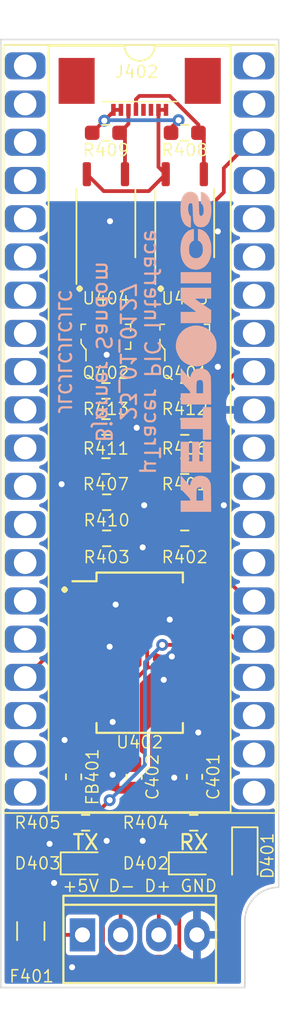
<source format=kicad_pcb>
(kicad_pcb (version 20211014) (generator pcbnew)
  (layers (0 "F.Cu" signal) (31 "B.Cu" signal) (34 "B.Paste" user) (35 "F.Paste" user) (36 "B.SilkS" user "B.Silkscreen") (37 "F.SilkS" user "F.Silkscreen") (38 "B.Mask" user) (39 "F.Mask" user) (44 "Edge.Cuts" user))
  (net 0 "")
  (net 1 "Net-(C401-Pad1)")
  (net 2 "GND")
  (net 3 "USB_5V")
  (net 4 "Net-(D403-Pad1)")
  (net 5 "Net-(D402-Pad1)")
  (net 6 "Net-(F401-Pad2)")
  (net 7 "Net-(F401-Pad1)")
  (net 8 "Net-(J401-Pad3)")
  (net 9 "+3V3")
  (net 12 "FlagHeater")
  (net 13 "FlagHighVoltage")
  (net 14 "GNDPWR")
  (net 15 "Net-(Q401-Pad3)")
  (net 16 "Net-(Q401-Pad1)")
  (net 17 "Net-(Q402-Pad3)")
  (net 18 "Net-(Q402-Pad1)")
  (net 19 "Net-(J401-Pad2)")
  (net 20 "+5VA")
  (net 21 "Net-(R401-Pad1)")
  (net 22 "Net-(R402-Pad1)")
  (net 23 "Net-(R403-Pad1)")
  (net 24 "Net-(R403-Pad2)")
  (net 25 "Net-(R404-Pad1)")
  (net 26 "Net-(R406-Pad2)")
  (net 27 "Net-(R407-Pad2)")
  (net 28 "PIC_HeaterPWM")
  (net 29 "PIC_HighVoltageLED")
  (net 75 "Net-(R405-Pad2)")
  (footprint "Resistor_SMD:R_0603_1608Metric_Pad0.98x0.95mm_HandSolder" (layer "F.Cu") (at 146 88.6)
    (fp_text reference "R412" (at 0 1.2) (layer "F.SilkS") (effects (font (size 0.8 0.8) (thickness 0.1))))
    (fp_text value "100kΩ")
    (pad "1" smd roundrect (at -0.9125 0) (size 0.975 0.95) (layers "F.Cu" "F.Paste" "F.Mask") (net 16 "Net-(Q401-Pad1)"))
    (pad "2" smd roundrect (at 0.9125 0) (size 0.975 0.95) (layers "F.Cu" "F.Paste" "F.Mask") (net 2 "GND"))
  )
  (footprint "Resistor_SMD:R_0603_1608Metric_Pad0.98x0.95mm_HandSolder" (layer "F.Cu") (at 146 71.45 180)
    (fp_text reference "R408" (at 0 -1.15) (layer "F.SilkS") (effects (font (size 0.8 0.8) (thickness 0.1))))
    (fp_text value "10kΩ")
    (pad "1" smd roundrect (at -0.9125 0 180) (size 0.975 0.95) (layers "F.Cu" "F.Paste" "F.Mask") (net 12 "FlagHeater"))
    (pad "2" smd roundrect (at 0.9125 0 180) (size 0.975 0.95) (layers "F.Cu" "F.Paste" "F.Mask") (net 14 "GNDPWR"))
  )
  (footprint "Resistor_SMD:R_0603_1608Metric_Pad0.98x0.95mm_HandSolder" (layer "F.Cu") (at 140.8 98.4 180)
    (fp_text reference "R403" (at 0 -1.25) (layer "F.SilkS") (effects (font (size 0.8 0.8) (thickness 0.1))))
    (fp_text value "1.8kΩ")
    (pad "1" smd roundrect (at -0.9125 0 180) (size 0.975 0.95) (layers "F.Cu" "F.Paste" "F.Mask") (net 23 "Net-(R403-Pad1)"))
    (pad "2" smd roundrect (at 0.9125 0 180) (size 0.975 0.95) (layers "F.Cu" "F.Paste" "F.Mask") (net 24 "Net-(R403-Pad2)"))
  )
  (footprint "LED_SMD:LED_0603_1608Metric_Pad1.05x0.95mm_HandSolder" (layer "F.Cu") (at 139.4 120)
    (fp_text reference locked "D403" (at -3.2 0) (layer "F.SilkS") (effects (font (size 0.8 0.8) (thickness 0.1))))
    (fp_text value "LED_Small")
    (pad "1" smd roundrect locked (at -0.875 0) (size 1.05 0.95) (layers "F.Cu" "F.Paste" "F.Mask") (net 4 "Net-(D403-Pad1)"))
    (pad "2" smd roundrect locked (at 0.875 0) (size 1.05 0.95) (layers "F.Cu" "F.Paste" "F.Mask") (net 3 "USB_5V"))
  )
  (footprint "Diode_SMD:D_SOD-323_HandSoldering" (layer "F.Cu") (at 150 119.5 -90)
    (fp_text reference "D401" (at 0 -1.5 -90) (layer "F.SilkS") (effects (font (size 0.8 0.8) (thickness 0.1))))
    (fp_text value "B0520WS")
    (pad "1" smd rect (at -1.25 0 270) (size 1 1) (layers "F.Cu" "F.Paste" "F.Mask") (net 3 "USB_5V"))
    (pad "2" smd rect (at 1.25 0 270) (size 1 1) (layers "F.Cu" "F.Paste" "F.Mask") (net 2 "GND"))
  )
  (footprint "Resistor_SMD:R_0603_1608Metric_Pad0.98x0.95mm_HandSolder" (layer "F.Cu") (at 140.75 91 180)
    (fp_text reference "R411" (at 0 -1.43) (layer "F.SilkS") (effects (font (size 0.8 0.8) (thickness 0.1))))
    (fp_text value "1kΩ")
    (pad "1" smd roundrect (at -0.9125 0 180) (size 0.975 0.95) (layers "F.Cu" "F.Paste" "F.Mask") (net 29 "PIC_HighVoltageLED"))
    (pad "2" smd roundrect (at 0.9125 0 180) (size 0.975 0.95) (layers "F.Cu" "F.Paste" "F.Mask") (net 18 "Net-(Q402-Pad1)"))
  )
  (footprint "Resistor_SMD:R_0603_1608Metric_Pad0.98x0.95mm_HandSolder" (layer "F.Cu") (at 140.75 93.6 180)
    (fp_text reference "R407" (at 0 -1.2) (layer "F.SilkS") (effects (font (size 0.8 0.8) (thickness 0.1))))
    (fp_text value "1kΩ")
    (pad "1" smd roundrect (at -0.9125 0 180) (size 0.975 0.95) (layers "F.Cu" "F.Paste" "F.Mask") (net 20 "+5VA"))
    (pad "2" smd roundrect (at 0.9125 0 180) (size 0.975 0.95) (layers "F.Cu" "F.Paste" "F.Mask") (net 27 "Net-(R407-Pad2)"))
  )
  (footprint "Resistor_SMD:R_0603_1608Metric_Pad0.98x0.95mm_HandSolder" (layer "F.Cu") (at 146 91 180)
    (fp_text reference "R406" (at 0 -1.43) (layer "F.SilkS") (effects (font (size 0.8 0.8) (thickness 0.1))))
    (fp_text value "1kΩ")
    (pad "1" smd roundrect (at -0.9125 0 180) (size 0.975 0.95) (layers "F.Cu" "F.Paste" "F.Mask") (net 20 "+5VA"))
    (pad "2" smd roundrect (at 0.9125 0 180) (size 0.975 0.95) (layers "F.Cu" "F.Paste" "F.Mask") (net 26 "Net-(R406-Pad2)"))
  )
  (footprint "Resistor_SMD:R_0603_1608Metric_Pad0.98x0.95mm_HandSolder" (layer "F.Cu") (at 140.8 96)
    (fp_text reference "R410" (at 0 1.2) (layer "F.SilkS") (effects (font (size 0.8 0.8) (thickness 0.1))))
    (fp_text value "1kΩ")
    (pad "1" smd roundrect (at -0.9125 0) (size 0.975 0.95) (layers "F.Cu" "F.Paste" "F.Mask") (net 28 "PIC_HeaterPWM"))
    (pad "2" smd roundrect (at 0.9125 0) (size 0.975 0.95) (layers "F.Cu" "F.Paste" "F.Mask") (net 16 "Net-(Q401-Pad1)"))
  )
  (footprint "myDevices:0527450897" (layer "F.Cu") (at 143 67 180)
    (fp_text reference "J402" (at 0.2 -0.4) (layer "F.SilkS") (effects (font (size 0.8 0.8) (thickness 0.1))))
    (fp_text value "To µTracer" hide)
    (pad "1" smd rect (at -1.75 -2.925 180) (size 0.3 0.8) (layers "F.Cu" "F.Paste" "F.Mask") (net 9 "+3V3"))
    (pad "2" smd rect (at -1.25 -2.925 180) (size 0.3 0.8) (layers "F.Cu" "F.Paste" "F.Mask") (net 9 "+3V3"))
    (pad "3" smd rect (at -0.75 -2.925 180) (size 0.3 0.8) (layers "F.Cu" "F.Paste" "F.Mask"))
    (pad "4" smd rect (at -0.25 -2.925 180) (size 0.3 0.8) (layers "F.Cu" "F.Paste" "F.Mask"))
    (pad "5" smd rect (at 0.25 -2.925 180) (size 0.3 0.8) (layers "F.Cu" "F.Paste" "F.Mask") (net 12 "FlagHeater"))
    (pad "6" smd rect (at 0.75 -2.925 180) (size 0.3 0.8) (layers "F.Cu" "F.Paste" "F.Mask") (net 13 "FlagHighVoltage"))
    (pad "7" smd rect (at 1.25 -2.925 180) (size 0.3 0.8) (layers "F.Cu" "F.Paste" "F.Mask") (net 14 "GNDPWR"))
    (pad "8" smd rect (at 1.75 -2.925 180) (size 0.3 0.8) (layers "F.Cu" "F.Paste" "F.Mask") (net 14 "GNDPWR"))
    (pad "9" smd rect (at -4.2 -1 180) (size 2.4 3.05) (layers "F.Cu" "F.Paste" "F.Mask"))
    (pad "10" smd rect (at 4.2 -1 180) (size 2.4 3.05) (layers "F.Cu" "F.Paste" "F.Mask"))
  )
  (footprint "Resistor_SMD:R_0603_1608Metric_Pad0.98x0.95mm_HandSolder" (layer "F.Cu") (at 139.4 117.3)
    (fp_text reference "R405" (at -3.2 0) (layer "F.SilkS") (effects (font (size 0.8 0.8) (thickness 0.1))))
    (fp_text value "1kΩ")
    (pad "1" smd roundrect locked (at -0.9125 0) (size 0.975 0.95) (layers "F.Cu" "F.Paste" "F.Mask") (net 4 "Net-(D403-Pad1)"))
    (pad "2" smd roundrect locked (at 0.9125 0) (size 0.975 0.95) (layers "F.Cu" "F.Paste" "F.Mask") (net 75 "Net-(R405-Pad2)"))
  )
  (footprint "Resistor_SMD:R_0603_1608Metric_Pad0.98x0.95mm_HandSolder" (layer "F.Cu") (at 146 98.4)
    (fp_text reference "R402" (at 0 1.25) (layer "F.SilkS") (effects (font (size 0.8 0.8) (thickness 0.1))))
    (fp_text value "1.8kΩ")
    (pad "1" smd roundrect (at -0.9125 0) (size 0.975 0.95) (layers "F.Cu" "F.Paste" "F.Mask") (net 22 "Net-(R402-Pad1)"))
    (pad "2" smd roundrect (at 0.9125 0) (size 0.975 0.95) (layers "F.Cu" "F.Paste" "F.Mask") (net 21 "Net-(R401-Pad1)"))
  )
  (footprint "myDevices:KF2510-4P" (layer "F.Cu") (at 143 124.75)
    (fp_text reference "J401" hide)
    (fp_text value "USB")
    (pad "1" thru_hole rect locked (at -3.81 0) (size 1.7 2.2) (drill 1) (layers *.Cu *.Mask) (net 7 "Net-(F401-Pad1)"))
    (pad "2" thru_hole oval locked (at -1.27 0) (size 1.7 2.2) (drill 1) (layers *.Cu *.Mask) (net 19 "Net-(J401-Pad2)"))
    (pad "3" thru_hole oval locked (at 1.27 0) (size 1.7 2.2) (drill 1) (layers *.Cu *.Mask) (net 8 "Net-(J401-Pad3)"))
    (pad "4" thru_hole oval locked (at 3.81 0) (size 1.7 2.2) (drill 1) (layers *.Cu *.Mask) (net 2 "GND"))
  )
  (footprint "Inductor_SMD:L_0603_1608Metric_Pad1.05x0.95mm_HandSolder" (layer "F.Cu") (at 138.6 114.25 -90)
    (fp_text reference "FB401" (at 0 -1.25 90) (layer "F.SilkS") (effects (font (size 0.8 0.8) (thickness 0.1))))
    (fp_text value "100Ω@100MHz")
    (pad "1" smd roundrect (at -0.875 0 270) (size 1.05 0.95) (layers "F.Cu" "F.Paste" "F.Mask") (net 3 "USB_5V"))
    (pad "2" smd roundrect (at 0.875 0 270) (size 1.05 0.95) (layers "F.Cu" "F.Paste" "F.Mask") (net 6 "Net-(F401-Pad2)"))
  )
  (footprint "digikey-footprints:SOT-23-3" (layer "F.Cu") (at 146 85 90)
    (fp_text reference "Q401" (at -2.4 0 180) (layer "F.SilkS") (effects (font (size 0.8 0.8) (thickness 0.1))))
    (fp_text value "BSS138")
    (pad "1" smd rect locked (at -1.05 -0.95 90) (size 1.3 0.6) (layers "F.Cu" "F.Paste" "F.Mask") (net 16 "Net-(Q401-Pad1)"))
    (pad "2" smd rect locked (at -1.05 0.95 90) (size 1.3 0.6) (layers "F.Cu" "F.Paste" "F.Mask") (net 2 "GND"))
    (pad "3" smd rect locked (at 1.05 0 90) (size 1.3 0.6) (layers "F.Cu" "F.Paste" "F.Mask") (net 15 "Net-(Q401-Pad3)"))
  )
  (footprint "Resistor_SMD:R_0603_1608Metric_Pad0.98x0.95mm_HandSolder" (layer "F.Cu") (at 140.75 71.45 180)
    (fp_text reference "R409" (at 0 -1.15) (layer "F.SilkS") (effects (font (size 0.8 0.8) (thickness 0.1))))
    (fp_text value "10kΩ")
    (pad "1" smd roundrect (at -0.9125 0 180) (size 0.975 0.95) (layers "F.Cu" "F.Paste" "F.Mask") (net 13 "FlagHighVoltage"))
    (pad "2" smd roundrect (at 0.9125 0 180) (size 0.975 0.95) (layers "F.Cu" "F.Paste" "F.Mask") (net 14 "GNDPWR"))
  )
  (footprint "Capacitor_SMD:C_0603_1608Metric_Pad1.08x0.95mm_HandSolder" (layer "F.Cu") (at 142.625 114.25 -90)
    (fp_text reference "C402" (at 0 -1.225 90) (layer "F.SilkS") (effects (font (size 0.8 0.8) (thickness 0.1))))
    (fp_text value "1µF")
    (pad "1" smd roundrect (at -0.8625 0 270) (size 1.075 0.95) (layers "F.Cu" "F.Paste" "F.Mask") (net 3 "USB_5V"))
    (pad "2" smd roundrect (at 0.8625 0 270) (size 1.075 0.95) (layers "F.Cu" "F.Paste" "F.Mask") (net 2 "GND"))
  )
  (footprint "Capacitor_SMD:C_0603_1608Metric_Pad1.08x0.95mm_HandSolder" (layer "F.Cu") (at 146.65 114.25 -90)
    (fp_text reference "C401" (at 0 -1.25 -90) (layer "F.SilkS") (effects (font (size 0.8 0.8) (thickness 0.1))))
    (fp_text value "100nF")
    (pad "1" smd roundrect (at -0.8625 0 270) (size 1.075 0.95) (layers "F.Cu" "F.Paste" "F.Mask") (net 1 "Net-(C401-Pad1)"))
    (pad "2" smd roundrect (at 0.8625 0 270) (size 1.075 0.95) (layers "F.Cu" "F.Paste" "F.Mask") (net 2 "GND"))
  )
  (footprint "Resistor_SMD:R_0603_1608Metric_Pad0.98x0.95mm_HandSolder" (layer "F.Cu") (at 140.75 88.6)
    (fp_text reference "R413" (at 0 1.2) (layer "F.SilkS") (effects (font (size 0.8 0.8) (thickness 0.1))))
    (fp_text value "100kΩ")
    (pad "1" smd roundrect (at -0.9125 0) (size 0.975 0.95) (layers "F.Cu" "F.Paste" "F.Mask") (net 18 "Net-(Q402-Pad1)"))
    (pad "2" smd roundrect (at 0.9125 0) (size 0.975 0.95) (layers "F.Cu" "F.Paste" "F.Mask") (net 2 "GND"))
  )
  (footprint "myDevices:DIP-40_W15.24mm_Socket_ThroughPCB" (layer "F.Cu") (at 135.375 67)
    (fp_text reference "U401" hide)
    (fp_text value "PIC16F884-IP")
    (pad "1" thru_hole roundrect locked (at 0 0) (size 2.7 1.8) (drill 1.5) (layers *.Cu *.Mask))
    (pad "2" thru_hole roundrect locked (at 0 2.54) (size 2.7 1.8) (drill 1.5) (layers *.Cu *.Mask))
    (pad "3" thru_hole roundrect locked (at 0 5.08) (size 2.7 1.8) (drill 1.5) (layers *.Cu *.Mask))
    (pad "4" thru_hole roundrect locked (at 0 7.62) (size 2.7 1.8) (drill 1.5) (layers *.Cu *.Mask))
    (pad "5" thru_hole roundrect locked (at 0 10.16) (size 2.7 1.8) (drill 1.5) (layers *.Cu *.Mask))
    (pad "6" thru_hole roundrect locked (at 0 12.7) (size 2.7 1.8) (drill 1.5) (layers *.Cu *.Mask))
    (pad "7" thru_hole roundrect locked (at 0 15.24) (size 2.7 1.8) (drill 1.5) (layers *.Cu *.Mask))
    (pad "8" thru_hole roundrect locked (at 0 17.78) (size 2.7 1.8) (drill 1.5) (layers *.Cu *.Mask))
    (pad "9" thru_hole roundrect locked (at 0 20.32) (size 2.7 1.8) (drill 1.5) (layers *.Cu *.Mask))
    (pad "10" thru_hole roundrect locked (at 0 22.86) (size 2.7 1.8) (drill 1.5) (layers *.Cu *.Mask))
    (pad "11" thru_hole roundrect locked (at 0 25.4) (size 2.7 1.8) (drill 1.5) (layers *.Cu *.Mask))
    (pad "12" thru_hole roundrect locked (at 0 27.94) (size 2.7 1.8) (drill 1.5) (layers *.Cu *.Mask))
    (pad "13" thru_hole roundrect locked (at 0 30.48) (size 2.7 1.8) (drill 1.5) (layers *.Cu *.Mask))
    (pad "14" thru_hole roundrect locked (at 0 33.02) (size 2.7 1.8) (drill 1.5) (layers *.Cu *.Mask))
    (pad "15" thru_hole roundrect locked (at 0 35.56) (size 2.7 1.8) (drill 1.5) (layers *.Cu *.Mask))
    (pad "16" thru_hole roundrect locked (at 0 38.1) (size 2.7 1.8) (drill 1.5) (layers *.Cu *.Mask))
    (pad "17" thru_hole roundrect locked (at 0 40.64) (size 2.7 1.8) (drill 1.5) (layers *.Cu *.Mask) (net 28 "PIC_HeaterPWM"))
    (pad "18" thru_hole roundrect locked (at 0 43.18) (size 2.7 1.8) (drill 1.5) (layers *.Cu *.Mask))
    (pad "19" thru_hole roundrect locked (at 0 45.72) (size 2.7 1.8) (drill 1.5) (layers *.Cu *.Mask))
    (pad "20" thru_hole roundrect locked (at 0 48.26) (size 2.7 1.8) (drill 1.5) (layers *.Cu *.Mask))
    (pad "21" thru_hole roundrect locked (at 15.24 48.26) (size 2.7 1.8) (drill 1.5) (layers *.Cu *.Mask))
    (pad "22" thru_hole roundrect locked (at 15.24 45.72) (size 2.7 1.8) (drill 1.5) (layers *.Cu *.Mask))
    (pad "23" thru_hole roundrect locked (at 15.24 43.18) (size 2.7 1.8) (drill 1.5) (layers *.Cu *.Mask))
    (pad "24" thru_hole roundrect locked (at 15.24 40.64) (size 2.7 1.8) (drill 1.5) (layers *.Cu *.Mask))
    (pad "25" thru_hole roundrect locked (at 15.24 38.1) (size 2.7 1.8) (drill 1.5) (layers *.Cu *.Mask) (net 23 "Net-(R403-Pad1)"))
    (pad "26" thru_hole roundrect locked (at 15.24 35.56) (size 2.7 1.8) (drill 1.5) (layers *.Cu *.Mask) (net 21 "Net-(R401-Pad1)"))
    (pad "27" thru_hole roundrect locked (at 15.24 33.02) (size 2.7 1.8) (drill 1.5) (layers *.Cu *.Mask))
    (pad "28" thru_hole roundrect locked (at 15.24 30.48) (size 2.7 1.8) (drill 1.5) (layers *.Cu *.Mask))
    (pad "29" thru_hole roundrect locked (at 15.24 27.94) (size 2.7 1.8) (drill 1.5) (layers *.Cu *.Mask))
    (pad "30" thru_hole roundrect locked (at 15.24 25.4) (size 2.7 1.8) (drill 1.5) (layers *.Cu *.Mask))
    (pad "31" thru_hole roundrect locked (at 15.24 22.86) (size 2.7 1.8) (drill 1.5) (layers *.Cu *.Mask) (net 2 "GND"))
    (pad "32" thru_hole roundrect locked (at 15.24 20.32) (size 2.7 1.8) (drill 1.5) (layers *.Cu *.Mask) (net 20 "+5VA"))
    (pad "33" thru_hole roundrect locked (at 15.24 17.78) (size 2.7 1.8) (drill 1.5) (layers *.Cu *.Mask))
    (pad "34" thru_hole roundrect locked (at 15.24 15.24) (size 2.7 1.8) (drill 1.5) (layers *.Cu *.Mask))
    (pad "35" thru_hole roundrect locked (at 15.24 12.7) (size 2.7 1.8) (drill 1.5) (layers *.Cu *.Mask))
    (pad "36" thru_hole roundrect locked (at 15.24 10.16) (size 2.7 1.8) (drill 1.5) (layers *.Cu *.Mask))
    (pad "37" thru_hole roundrect locked (at 15.24 7.62) (size 2.7 1.8) (drill 1.5) (layers *.Cu *.Mask))
    (pad "38" thru_hole roundrect locked (at 15.24 5.08) (size 2.7 1.8) (drill 1.5) (layers *.Cu *.Mask) (net 29 "PIC_HighVoltageLED"))
    (pad "39" thru_hole roundrect locked (at 15.24 2.54) (size 2.7 1.8) (drill 1.5) (layers *.Cu *.Mask))
    (pad "40" thru_hole roundrect locked (at 15.24 0) (size 2.7 1.8) (drill 1.5) (layers *.Cu *.Mask))
  )
  (footprint "Resistor_SMD:R_0603_1608Metric_Pad0.98x0.95mm_HandSolder" (layer "F.Cu") (at 146 93.6 180)
    (fp_text reference "R401" (at 0 -1.2) (layer "F.SilkS") (effects (font (size 0.8 0.8) (thickness 0.1))))
    (fp_text value "18kΩ")
    (pad "1" smd roundrect (at -0.9125 0 180) (size 0.975 0.95) (layers "F.Cu" "F.Paste" "F.Mask") (net 21 "Net-(R401-Pad1)"))
    (pad "2" smd roundrect (at 0.9125 0 180) (size 0.975 0.95) (layers "F.Cu" "F.Paste" "F.Mask") (net 20 "+5VA"))
  )
  (footprint "LED_SMD:LED_0603_1608Metric_Pad1.05x0.95mm_HandSolder" (layer "F.Cu") (at 146.6 120)
    (fp_text reference "D402" (at -3.2 0) (layer "F.SilkS") (effects (font (size 0.8 0.8) (thickness 0.1))))
    (fp_text value "LED_Small")
    (pad "1" smd roundrect (at -0.875 0) (size 1.05 0.95) (layers "F.Cu" "F.Paste" "F.Mask") (net 5 "Net-(D402-Pad1)"))
    (pad "2" smd roundrect (at 0.875 0) (size 1.05 0.95) (layers "F.Cu" "F.Paste" "F.Mask") (net 3 "USB_5V"))
  )
  (footprint "Resistor_SMD:R_0603_1608Metric_Pad0.98x0.95mm_HandSolder" (layer "F.Cu") (at 146.6 117.3 180)
    (fp_text reference "R404" (at 3.2 0) (layer "F.SilkS") (effects (font (size 0.8 0.8) (thickness 0.1))))
    (fp_text value "1kΩ")
    (pad "1" smd roundrect (at -0.9125 0 180) (size 0.975 0.95) (layers "F.Cu" "F.Paste" "F.Mask") (net 25 "Net-(R404-Pad1)"))
    (pad "2" smd roundrect (at 0.9125 0 180) (size 0.975 0.95) (layers "F.Cu" "F.Paste" "F.Mask") (net 5 "Net-(D402-Pad1)"))
  )
  (footprint "Package_SO:SSOP-28_5.3x10.2mm_P0.65mm" (layer "F.Cu") (at 143 106)
    (fp_text reference "U402" (at 0 5.95 180) (layer "F.SilkS") (effects (font (size 0.8 0.8) (thickness 0.1))))
    (fp_text value "FT232RL")
    (pad "1" smd rect (at -3.6 -4.225) (size 1.75 0.45) (layers "F.Cu" "F.Paste" "F.Mask") (net 22 "Net-(R402-Pad1)"))
    (pad "2" smd rect (at -3.6 -3.575) (size 1.75 0.45) (layers "F.Cu" "F.Paste" "F.Mask"))
    (pad "3" smd rect (at -3.6 -2.925) (size 1.75 0.45) (layers "F.Cu" "F.Paste" "F.Mask"))
    (pad "4" smd rect (at -3.6 -2.275) (size 1.75 0.45) (layers "F.Cu" "F.Paste" "F.Mask") (net 3 "USB_5V"))
    (pad "5" smd rect (at -3.6 -1.625) (size 1.75 0.45) (layers "F.Cu" "F.Paste" "F.Mask") (net 24 "Net-(R403-Pad2)"))
    (pad "6" smd rect (at -3.6 -0.975) (size 1.75 0.45) (layers "F.Cu" "F.Paste" "F.Mask"))
    (pad "7" smd rect (at -3.6 -0.325) (size 1.75 0.45) (layers "F.Cu" "F.Paste" "F.Mask") (net 2 "GND"))
    (pad "8" smd rect (at -3.6 0.325) (size 1.75 0.45) (layers "F.Cu" "F.Paste" "F.Mask"))
    (pad "9" smd rect (at -3.6 0.975) (size 1.75 0.45) (layers "F.Cu" "F.Paste" "F.Mask"))
    (pad "10" smd rect (at -3.6 1.625) (size 1.75 0.45) (layers "F.Cu" "F.Paste" "F.Mask"))
    (pad "11" smd rect (at -3.6 2.275) (size 1.75 0.45) (layers "F.Cu" "F.Paste" "F.Mask"))
    (pad "12" smd rect (at -3.6 2.925) (size 1.75 0.45) (layers "F.Cu" "F.Paste" "F.Mask"))
    (pad "13" smd rect (at -3.6 3.575) (size 1.75 0.45) (layers "F.Cu" "F.Paste" "F.Mask"))
    (pad "14" smd rect (at -3.6 4.225) (size 1.75 0.45) (layers "F.Cu" "F.Paste" "F.Mask"))
    (pad "15" smd rect (at 3.6 4.225) (size 1.75 0.45) (layers "F.Cu" "F.Paste" "F.Mask") (net 8 "Net-(J401-Pad3)"))
    (pad "16" smd rect (at 3.6 3.575) (size 1.75 0.45) (layers "F.Cu" "F.Paste" "F.Mask") (net 19 "Net-(J401-Pad2)"))
    (pad "17" smd rect (at 3.6 2.925) (size 1.75 0.45) (layers "F.Cu" "F.Paste" "F.Mask") (net 1 "Net-(C401-Pad1)"))
    (pad "18" smd rect (at 3.6 2.275) (size 1.75 0.45) (layers "F.Cu" "F.Paste" "F.Mask") (net 2 "GND"))
    (pad "19" smd rect (at 3.6 1.625) (size 1.75 0.45) (layers "F.Cu" "F.Paste" "F.Mask") (net 3 "USB_5V"))
    (pad "20" smd rect (at 3.6 0.975) (size 1.75 0.45) (layers "F.Cu" "F.Paste" "F.Mask") (net 3 "USB_5V"))
    (pad "21" smd rect (at 3.6 0.325) (size 1.75 0.45) (layers "F.Cu" "F.Paste" "F.Mask") (net 2 "GND"))
    (pad "22" smd rect (at 3.6 -0.325) (size 1.75 0.45) (layers "F.Cu" "F.Paste" "F.Mask") (net 75 "Net-(R405-Pad2)"))
    (pad "23" smd rect (at 3.6 -0.975) (size 1.75 0.45) (layers "F.Cu" "F.Paste" "F.Mask") (net 25 "Net-(R404-Pad1)"))
    (pad "24" smd rect (at 3.6 -1.625) (size 1.75 0.45) (layers "F.Cu" "F.Paste" "F.Mask"))
    (pad "25" smd rect (at 3.6 -2.275) (size 1.75 0.45) (layers "F.Cu" "F.Paste" "F.Mask") (net 2 "GND"))
    (pad "26" smd rect (at 3.6 -2.925) (size 1.75 0.45) (layers "F.Cu" "F.Paste" "F.Mask") (net 2 "GND"))
    (pad "27" smd rect (at 3.6 -3.575) (size 1.75 0.45) (layers "F.Cu" "F.Paste" "F.Mask"))
    (pad "28" smd rect (at 3.6 -4.225) (size 1.75 0.45) (layers "F.Cu" "F.Paste" "F.Mask"))
  )
  (footprint "Package_SO:SOIC-4_4.55x3.7mm_P2.54mm" (layer "F.Cu") (at 140.75 77.45 90)
    (fp_text reference "U404" (at -5 0 180) (layer "F.SilkS") (effects (font (size 0.8 0.8) (thickness 0.1))))
    (fp_text value "TLP185")
    (pad "1" smd roundrect (at -3.25 -1.27 90) (size 1.6 0.55) (layers "F.Cu" "F.Paste" "F.Mask") (net 27 "Net-(R407-Pad2)"))
    (pad "3" smd roundrect (at -3.25 1.27 90) (size 1.6 0.55) (layers "F.Cu" "F.Paste" "F.Mask") (net 17 "Net-(Q402-Pad3)"))
    (pad "4" smd roundrect (at 3.25 1.27 90) (size 1.6 0.55) (layers "F.Cu" "F.Paste" "F.Mask") (net 13 "FlagHighVoltage"))
    (pad "6" smd roundrect (at 3.25 -1.27 90) (size 1.6 0.55) (layers "F.Cu" "F.Paste" "F.Mask") (net 9 "+3V3"))
  )
  (footprint "digikey-footprints:SOT-23-3" (layer "F.Cu") (at 140.75 85 90)
    (fp_text reference "Q402" (at -2.4 0 180) (layer "F.SilkS") (effects (font (size 0.8 0.8) (thickness 0.1))))
    (fp_text value "BSS138")
    (pad "1" smd rect locked (at -1.05 -0.95 90) (size 1.3 0.6) (layers "F.Cu" "F.Paste" "F.Mask") (net 18 "Net-(Q402-Pad1)"))
    (pad "2" smd rect locked (at -1.05 0.95 90) (size 1.3 0.6) (layers "F.Cu" "F.Paste" "F.Mask") (net 2 "GND"))
    (pad "3" smd rect locked (at 1.05 0 90) (size 1.3 0.6) (layers "F.Cu" "F.Paste" "F.Mask") (net 17 "Net-(Q402-Pad3)"))
  )
  (footprint "Package_SO:SOIC-4_4.55x3.7mm_P2.54mm" (layer "F.Cu") (at 146 77.45 90)
    (fp_text reference "U403" (at -5 0 180) (layer "F.SilkS") (effects (font (size 0.8 0.8) (thickness 0.1))))
    (fp_text value "TLP185")
    (pad "1" smd roundrect (at -3.25 -1.27 90) (size 1.6 0.55) (layers "F.Cu" "F.Paste" "F.Mask") (net 26 "Net-(R406-Pad2)"))
    (pad "3" smd roundrect (at -3.25 1.27 90) (size 1.6 0.55) (layers "F.Cu" "F.Paste" "F.Mask") (net 15 "Net-(Q401-Pad3)"))
    (pad "4" smd roundrect (at 3.25 1.27 90) (size 1.6 0.55) (layers "F.Cu" "F.Paste" "F.Mask") (net 12 "FlagHeater"))
    (pad "6" smd roundrect (at 3.25 -1.27 90) (size 1.6 0.55) (layers "F.Cu" "F.Paste" "F.Mask") (net 9 "+3V3"))
  )
  (footprint "Fuse:Fuse_1206_3216Metric_Pad1.42x1.75mm_HandSolder" (layer "F.Cu") (at 135.75 124.5 90)
    (fp_text reference "F401" (at -3 0.05 180) (layer "F.SilkS") (effects (font (size 0.8 0.8) (thickness 0.1))))
    (fp_text value "T500mA")
    (pad "1" smd roundrect (at -1.4875 0 90) (size 1.425 1.75) (layers "F.Cu" "F.Paste" "F.Mask") (roundrect_rratio 0.1754392982) (net 7 "Net-(F401-Pad1)"))
    (pad "2" smd roundrect (at 1.4875 0 90) (size 1.425 1.75) (layers "F.Cu" "F.Paste" "F.Mask") (roundrect_rratio 0.1754392982) (net 6 "Net-(F401-Pad2)"))
  )
  (footprint "Graphics:retronics_logo_24mm" (layer "B.Cu") (at 146.8 85.997465 90)
    (fp_text reference "G***" hide)
    (fp_text value "LOGO" hide)
  )
  (gr_line (start 150 123.84099) (end 150 128.25) (layer "Edge.Cuts") (width 0.1))
  (gr_line (start 133.75 128.25) (end 150 128.25) (layer "Edge.Cuts") (width 0.1))
  (gr_line (start 133.75 65.25) (end 133.75 128.25) (layer "Edge.Cuts") (width 0.1))
  (gr_line (start 152.25 121.59099) (end 152.25 65.25) (layer "Edge.Cuts") (width 0.1))
  (gr_arc (start 150 123.84099) (mid 150.65901 122.25) (end 152.25 121.59099) (layer "Edge.Cuts") (width 0.1))
  (gr_line (start 152.25 65.25) (end 133.75 65.25) (layer "Edge.Cuts") (width 0.1))
  (gr_text "JLCJLCJLCJLC" (at 138 86 270) (layer "B.SilkS") (effects (font (size 0.8 0.8)) (justify mirror)))
  (gr_text "µTracer PIC Interface\n23_01_0127\nBjørner Sandom\n" (at 142.2 86 270) (layer "B.SilkS") (effects (font (size 1 1)) (justify mirror)))
  (gr_text "." (at 139 81.2) (layer "F.SilkS") (effects (font (size 1.5 1.5) (thickness 0.3))))
  (gr_text "TX" (at 139.4 118.6) (layer "F.SilkS") (effects (font (size 1 1))))
  (gr_text "RX" (at 146.6 118.6) (layer "F.SilkS") (effects (font (size 1 1))))
  (gr_text "." (at 144.4 81.2) (layer "F.SilkS") (effects (font (size 1.5 1.5) (thickness 0.3))))
  (gr_text "." (at 138 101.2) (layer "F.SilkS") (effects (font (size 1.5 1.5) (thickness 0.3))))
  (gr_text "+5V D- D+ GND" (at 143 121.5) (layer "F.SilkS") (effects (font (size 0.8 0.8) (thickness 0.1))))
  (segment (start 147.515 108.925) (end 146.6 108.925) (width 0.25) (layer "F.Cu") (net 1))
  (segment (start 147.89 112.1475) (end 147.89 109.3) (width 0.25) (layer "F.Cu") (net 1))
  (segment (start 146.65 113.3875) (end 147.89 112.1475) (width 0.25) (layer "F.Cu") (net 1))
  (segment (start 147.89 109.3) (end 147.515 108.925) (width 0.25) (layer "F.Cu") (net 1))
  (segment (start 146.95 86.05) (end 147.25 86.05) (width 0.25) (layer "F.Cu") (net 2))
  (segment (start 145.075 103.725) (end 145 103.8) (width 0.25) (layer "F.Cu") (net 2))
  (segment (start 147.25 86.05) (end 148.2 87) (width 0.25) (layer "F.Cu") (net 2))
  (segment (start 146.6 103.725) (end 145.075 103.725) (width 0.25) (layer "F.Cu") (net 2))
  (segment (start 146.6 108.275) (end 145.075 108.275) (width 0.25) (layer "F.Cu") (net 2))
  (segment (start 145.075 108.275) (end 144.6 107.8) (width 0.25) (layer "F.Cu") (net 2))
  (segment (start 140.95 86.05) (end 140.8 86.2) (width 0.25) (layer "F.Cu") (net 2))
  (segment (start 139.4 105.675) (end 140.925 105.675) (width 0.25) (layer "F.Cu") (net 2))
  (segment (start 145.137911 106.2505) (end 145.212411 106.325) (width 0.25) (layer "F.Cu") (net 2))
  (segment (start 145.212411 106.325) (end 146.6 106.325) (width 0.25) (layer "F.Cu") (net 2))
  (segment (start 140.925 105.675) (end 141 105.6) (width 0.25) (layer "F.Cu") (net 2))
  (segment (start 141.7 86.05) (end 140.95 86.05) (width 0.25) (layer "F.Cu") (net 2))
  (via (at 146.9 111.3) (size 0.8) (drill 0.4) (layers "F.Cu" "B.Cu") (net 2))
  (via (at 148.2 78) (size 0.8) (drill 0.4) (layers "F.Cu" "B.Cu") (net 2))
  (via (at 141 105.6) (size 0.8) (drill 0.4) (layers "F.Cu" "B.Cu") (net 2))
  (via (at 145 103.8) (size 0.8) (drill 0.4) (layers "F.Cu" "B.Cu") (net 2))
  (via (at 142.8 91.05) (size 0.8) (drill 0.4) (layers "F.Cu" "B.Cu") (net 2))
  (via (at 138 111.8) (size 0.8) (drill 0.4) (layers "F.Cu" "B.Cu") (net 2))
  (via (at 138.5 126.9) (size 0.8) (drill 0.4) (layers "F.Cu" "B.Cu") (net 2))
  (via (at 141.2 110.6) (size 0.8) (drill 0.4) (layers "F.Cu" "B.Cu") (net 2))
  (via (at 145.3 114.3) (size 0.8) (drill 0.4) (layers "F.Cu" "B.Cu") (net 2))
  (via (at 141.4 102.8) (size 0.8) (drill 0.4) (layers "F.Cu" "B.Cu") (net 2))
  (via (at 148.2 87) (size 0.8) (drill 0.4) (layers "F.Cu" "B.Cu") (net 2))
  (via (at 143.2 99) (size 0.8) (drill 0.4) (layers "F.Cu" "B.Cu") (net 2))
  (via (at 143.2 118.5) (size 0.8) (drill 0.4) (layers "F.Cu" "B.Cu") (net 2))
  (via (at 137.3 121.3) (size 0.8) (drill 0.4) (layers "F.Cu" "B.Cu") (net 2))
  (via (at 137 118.7) (size 0.8) (drill 0.4) (layers "F.Cu" "B.Cu") (net 2))
  (via (at 137.8 94.8) (size 0.8) (drill 0.4) (layers "F.Cu" "B.Cu") (net 2))
  (via (at 148.6 96.2) (size 0.8) (drill 0.4) (layers "F.Cu" "B.Cu") (net 2))
  (via (at 140.8 86.2) (size 0.8) (drill 0.4) (layers "F.Cu" "B.Cu") (net 2))
  (via (at 144.6 107.8) (size 0.8) (drill 0.4) (layers "F.Cu" "B.Cu") (net 2))
  (via (at 141.025 77.325) (size 0.8) (drill 0.4) (layers "F.Cu" "B.Cu") (net 2))
  (via (at 145.137911 106.2505) (size 0.8) (drill 0.4) (layers "F.Cu" "B.Cu") (net 2))
  (via (at 143.3 96.2) (size 0.8) (drill 0.4) (layers "F.Cu" "B.Cu") (net 2))
  (via (at 140.8 118.5) (size 0.8) (drill 0.4) (layers "F.Cu" "B.Cu") (net 2))
  (via (at 141.2 114.112) (size 0.8) (drill 0.4) (layers "F.Cu" "B.Cu") (net 2))
  (segment (start 143.5 105.5) (end 141.725 103.725) (width 0.25) (layer "F.Cu") (net 3))
  (segment (start 142.625 113.3875) (end 142.625 111.175) (width 0.25) (layer "F.Cu") (net 3))
  (segment (start 147.475 121.425) (end 147.475 120) (width 0.25) (layer "F.Cu") (net 3))
  (segment (start 143.5 107) (end 143.5 105.5) (width 0.25) (layer "F.Cu") (net 3))
  (segment (start 142.625 113.3875) (end 139.5875 113.3875) (width 0.25) (layer "F.Cu") (net 3))
  (segment (start 143.525 106.975) (end 143.5 107) (width 0.25) (layer "F.Cu") (net 3))
  (segment (start 138.6125 113.3875) (end 138.6 113.375) (width 0.25) (layer "F.Cu") (net 3))
  (segment (start 140.555 125.486701) (end 141.268299 126.2) (width 0.25) (layer "F.Cu") (net 3))
  (segment (start 147.475 120) (end 149.225 118.25) (width 0.25) (layer "F.Cu") (net 3))
  (segment (start 146.6 107.625) (end 146.6 106.975) (width 0.25) (layer "F.Cu") (net 3))
  (segment (start 145.635 125.765) (end 145.635 123.265) (width 0.25) (layer "F.Cu") (net 3))
  (segment (start 146.6 106.975) (end 144.975 106.975) (width 0.25) (layer "F.Cu") (net 3))
  (segment (start 142.625 107.875) (end 143.5 107) (width 0.25) (layer "F.Cu") (net 3))
  (segment (start 139.5 119.225) (end 139.5 113.475) (width 0.25) (layer "F.Cu") (net 3))
  (segment (start 149.225 118.25) (end 150 118.25) (width 0.25) (layer "F.Cu") (net 3))
  (segment (start 140.275 120) (end 139.5 119.225) (width 0.25) (layer "F.Cu") (net 3))
  (segment (start 141.268299 126.2) (end 145.2 126.2) (width 0.25) (layer "F.Cu") (net 3))
  (segment (start 139.5 113.475) (end 139.5875 113.3875) (width 0.25) (layer "F.Cu") (net 3))
  (segment (start 145.2 126.2) (end 145.635 125.765) (width 0.25) (layer "F.Cu") (net 3))
  (segment (start 139.5875 113.3875) (end 138.6125 113.3875) (width 0.25) (layer "F.Cu") (net 3))
  (segment (start 145.635 123.265) (end 147.475 121.425) (width 0.25) (layer "F.Cu") (net 3))
  (segment (start 140.555 120.28) (end 140.555 125.486701) (width 0.25) (layer "F.Cu") (net 3))
  (segment (start 142.625 111.175) (end 142.625 110.175) (width 0.25) (layer "F.Cu") (net 3))
  (segment (start 142.625 110.175) (end 142.625 107.875) (width 0.25) (layer "F.Cu") (net 3))
  (segment (start 144.975 106.975) (end 143.525 106.975) (width 0.25) (layer "F.Cu") (net 3))
  (segment (start 141.725 103.725) (end 139.4 103.725) (width 0.25) (layer "F.Cu") (net 3))
  (segment (start 140.275 120) (end 140.555 120.28) (width 0.25) (layer "F.Cu") (net 3))
  (segment (start 138.525 120) (end 138.525 117.2375) (width 0.25) (layer "F.Cu") (net 4))
  (segment (start 145.725 120) (end 145.725 117.2375) (width 0.25) (layer "F.Cu") (net 5))
  (segment (start 135.75 117.975) (end 138.6 115.125) (width 0.25) (layer "F.Cu") (net 6))
  (segment (start 135.75 123.0125) (end 135.75 117.975) (width 0.25) (layer "F.Cu") (net 6))
  (segment (start 136.9875 124.75) (end 139.19 124.75) (width 0.25) (layer "F.Cu") (net 7))
  (segment (start 135.75 125.9875) (end 136.9875 124.75) (width 0.25) (layer "F.Cu") (net 7))
  (segment (start 146.6 110.225) (end 146.025 110.225) (width 0.25) (layer "F.Cu") (net 8))
  (segment (start 144.27 124.75) (end 144.27 111.98) (width 0.25) (layer "F.Cu") (net 8))
  (segment (start 146.025 110.225) (end 144.27 111.98) (width 0.25) (layer "F.Cu") (net 8))
  (segment (start 144.75 69.925) (end 144.25 69.925) (width 0.25) (layer "F.Cu") (net 9))
  (segment (start 143.605 75.325) (end 144.73 74.2) (width 0.25) (layer "F.Cu") (net 9))
  (segment (start 139.48 74.2) (end 140.605 75.325) (width 0.25) (layer "F.Cu") (net 9))
  (segment (start 144.25 73.72) (end 144.73 74.2) (width 0.25) (layer "F.Cu") (net 9))
  (segment (start 140.605 75.325) (end 143.605 75.325) (width 0.25) (layer "F.Cu") (net 9))
  (segment (start 144.25 69.925) (end 144.25 73.72) (width 0.25) (layer "F.Cu") (net 9))
  (segment (start 146.9125 70.9125) (end 145 69) (width 0.25) (layer "F.Cu") (net 12))
  (segment (start 142.975 69) (end 142.75 69.225) (width 0.25) (layer "F.Cu") (net 12))
  (segment (start 145 69) (end 142.975 69) (width 0.25) (layer "F.Cu") (net 12))
  (segment (start 146.9125 71.45) (end 146.9125 70.9125) (width 0.25) (layer "F.Cu") (net 12))
  (segment (start 142.75 69.225) (end 142.75 69.925) (width 0.25) (layer "F.Cu") (net 12))
  (segment (start 147.27 71.8075) (end 146.9125 71.45) (width 0.25) (layer "F.Cu") (net 12))
  (segment (start 147.27 74.2) (end 147.27 71.8075) (width 0.25) (layer "F.Cu") (net 12))
  (segment (start 142.25 70.8625) (end 141.6625 71.45) (width 0.25) (layer "F.Cu") (net 13))
  (segment (start 142.02 71.8075) (end 141.6625 71.45) (width 0.25) (layer "F.Cu") (net 13))
  (segment (start 142.25 69.925) (end 142.25 70.8625) (width 0.25) (layer "F.Cu") (net 13))
  (segment (start 142.02 74.25) (end 142.02 71.8075) (width 0.25) (layer "F.Cu") (net 13))
  (segment (start 141.75 69.925) (end 141.25 69.925) (width 0.25) (layer "F.Cu") (net 14))
  (segment (start 140.64375 70.64375) (end 139.8375 71.45) (width 0.25) (layer "F.Cu") (net 14))
  (segment (start 145.0875 71.45) (end 145.0875 71.1125) (width 0.25) (layer "F.Cu") (net 14))
  (segment (start 145.0875 71.1125) (end 145.587701 70.612299) (width 0.25) (layer "F.Cu") (net 14))
  (segment (start 141.25 70.0375) (end 140.64375 70.64375) (width 0.25) (layer "F.Cu") (net 14))
  (segment (start 141.25 69.925) (end 141.25 70.0375) (width 0.25) (layer "F.Cu") (net 14))
  (via (at 140.64375 70.64375) (size 0.8) (drill 0.4) (layers "F.Cu" "B.Cu") (net 14))
  (via (at 145.587701 70.612299) (size 0.8) (drill 0.4) (layers "F.Cu" "B.Cu") (net 14))
  (segment (start 140.675201 70.612299) (end 140.64375 70.64375) (width 0.25) (layer "B.Cu") (net 14))
  (segment (start 145.587701 70.612299) (end 140.675201 70.612299) (width 0.25) (layer "B.Cu") (net 14))
  (segment (start 146 81.97) (end 147.27 80.7) (width 0.25) (layer "F.Cu") (net 15))
  (segment (start 146 83.95) (end 146 81.97) (width 0.25) (layer "F.Cu") (net 15))
  (segment (start 145.0875 88.6) (end 145.05 88.5625) (width 0.25) (layer "F.Cu") (net 16))
  (segment (start 146 91.4) (end 146 89.5125) (width 0.25) (layer "F.Cu") (net 16))
  (segment (start 141.4 92.2) (end 145.2 92.2) (width 0.25) (layer "F.Cu") (net 16))
  (segment (start 141.7125 96) (end 140.65 94.9375) (width 0.25) (layer "F.Cu") (net 16))
  (segment (start 140.65 92.95) (end 141.4 92.2) (width 0.25) (layer "F.Cu") (net 16))
  (segment (start 145.05 88.5625) (end 145.05 86.05) (width 0.25) (layer "F.Cu") (net 16))
  (segment (start 146 89.5125) (end 145.0875 88.6) (width 0.25) (layer "F.Cu") (net 16))
  (segment (start 140.65 94.9375) (end 140.65 92.95) (width 0.25) (layer "F.Cu") (net 16))
  (segment (start 145.2 92.2) (end 146 91.4) (width 0.25) (layer "F.Cu") (net 16))
  (segment (start 140.8 81.92) (end 142.02 80.7) (width 0.25) (layer "F.Cu") (net 17))
  (segment (start 140.8 83.95) (end 140.8 81.92) (width 0.25) (layer "F.Cu") (net 17))
  (segment (start 139.85 90.9625) (end 139.85 86.05) (width 0.25) (layer "F.Cu") (net 18))
  (segment (start 141.73 117.89) (end 143.82 115.8) (width 0.25) (layer "F.Cu") (net 19))
  (segment (start 143.82 111.38) (end 145.625 109.575) (width 0.25) (layer "F.Cu") (net 19))
  (segment (start 141.73 124.75) (end 141.73 117.89) (width 0.25) (layer "F.Cu") (net 19))
  (segment (start 143.82 115.8) (end 143.82 111.38) (width 0.25) (layer "F.Cu") (net 19))
  (segment (start 145.625 109.575) (end 146.6 109.575) (width 0.25) (layer "F.Cu") (net 19))
  (segment (start 148.4 91) (end 148.4 88.4) (width 0.25) (layer "F.Cu") (net 20))
  (segment (start 146.9125 91) (end 148.4 91) (width 0.25) (layer "F.Cu") (net 20))
  (segment (start 141.6625 93.6) (end 145.0875 93.6) (width 0.25) (layer "F.Cu") (net 20))
  (segment (start 149.48 87.32) (end 150.615 87.32) (width 0.25) (layer "F.Cu") (net 20))
  (segment (start 146.9125 91.775) (end 145.0875 93.6) (width 0.25) (layer "F.Cu") (net 20))
  (segment (start 148.4 88.4) (end 149.48 87.32) (width 0.25) (layer "F.Cu") (net 20))
  (segment (start 146.9125 91) (end 146.9125 91.775) (width 0.25) (layer "F.Cu") (net 20))
  (segment (start 150.2225 102.56) (end 146.9125 99.25) (width 0.25) (layer "F.Cu") (net 21))
  (segment (start 146.9125 93.6) (end 146.9125 99.25) (width 0.25) (layer "F.Cu") (net 21))
  (segment (start 150.615 102.56) (end 150.2225 102.56) (width 0.25) (layer "F.Cu") (net 21))
  (segment (start 141.7125 101.775) (end 145.0875 98.4) (width 0.25) (layer "F.Cu") (net 22))
  (segment (start 139.4 101.775) (end 141.7125 101.775) (width 0.25) (layer "F.Cu") (net 22))
  (segment (start 148.5 102.1) (end 148.5 104.25) (width 0.25) (layer "F.Cu") (net 23))
  (segment (start 146.1 99.7) (end 148.5 102.1) (width 0.25) (layer "F.Cu") (net 23))
  (segment (start 150.615 105.1) (end 149.35 105.1) (width 0.25) (layer "F.Cu") (net 23))
  (segment (start 145.7 97.4) (end 145.95 97.65) (width 0.25) (layer "F.Cu") (net 23))
  (segment (start 145.95 97.65) (end 146.1 97.8) (width 0.25) (layer "F.Cu") (net 23))
  (segment (start 142.45 98.4) (end 143.3 97.55) (width 0.25) (layer "F.Cu") (net 23))
  (segment (start 145.3 97.4) (end 145.7 97.4) (width 0.25) (layer "F.Cu") (net 23))
  (segment (start 146.1 97.8) (end 146.1 99.65) (width 0.25) (layer "F.Cu") (net 23))
  (segment (start 146.1 99.65) (end 146.1 99.7) (width 0.25) (layer "F.Cu") (net 23))
  (segment (start 143.45 97.4) (end 145.3 97.4) (width 0.25) (layer "F.Cu") (net 23))
  (segment (start 149.35 105.1) (end 148.5 104.25) (width 0.25) (layer "F.Cu") (net 23))
  (segment (start 143.3 97.55) (end 143.45 97.4) (width 0.25) (layer "F.Cu") (net 23))
  (segment (start 141.7125 98.4) (end 142.45 98.4) (width 0.25) (layer "F.Cu") (net 23))
  (segment (start 138 100.15) (end 139.55 98.6) (width 0.25) (layer "F.Cu") (net 24))
  (segment (start 138.275 104.375) (end 138 104.1) (width 0.25) (layer "F.Cu") (net 24))
  (segment (start 138 104.1) (end 138 100.15) (width 0.25) (layer "F.Cu") (net 24))
  (segment (start 139.4 104.375) (end 138.275 104.375) (width 0.25) (layer "F.Cu") (net 24))
  (segment (start 148.79 105.903604) (end 147.911396 105.025) (width 0.25) (layer "F.Cu") (net 25))
  (segment (start 147.621016 117.2) (end 148.79 116.031016) (width 0.25) (layer "F.Cu") (net 25))
  (segment (start 148.79 116.031016) (end 148.79 105.903604) (width 0.25) (layer "F.Cu") (net 25))
  (segment (start 147.911396 105.025) (end 146.6 105.025) (width 0.25) (layer "F.Cu") (net 25))
  (segment (start 147.5125 117.2) (end 147.621016 117.2) (width 0.25) (layer "F.Cu") (net 25))
  (segment (start 145.0875 91) (end 144.275 90.1875) (width 0.25) (layer "F.Cu") (net 26))
  (segment (start 144.275 81.155) (end 144.73 80.7) (width 0.25) (layer "F.Cu") (net 26))
  (segment (start 144.275 90.1875) (end 144.275 81.155) (width 0.25) (layer "F.Cu") (net 26))
  (segment (start 138.6 92.3625) (end 138.6 81.58) (width 0.25) (layer "F.Cu") (net 27))
  (segment (start 139.8375 93.6) (end 138.6 92.3625) (width 0.25) (layer "F.Cu") (net 27))
  (segment (start 138.6 81.58) (end 139.48 80.7) (width 0.25) (layer "F.Cu") (net 27))
  (segment (start 137.4 98.6875) (end 139.8875 96.2) (width 0.25) (layer "F.Cu") (net 28))
  (segment (start 137.4 105.671016) (end 137.4 98.6875) (width 0.25) (layer "F.Cu") (net 28))
  (segment (start 135.431016 107.64) (end 137.4 105.671016) (width 0.25) (layer "F.Cu") (net 28))
  (segment (start 135.375 107.64) (end 135.431016 107.64) (width 0.25) (layer "F.Cu") (net 28))
  (segment (start 141.7125 91) (end 143.4 89.3125) (width 0.25) (layer "F.Cu") (net 29))
  (segment (start 143.4 89.3125) (end 143.4 78.4) (width 0.25) (layer "F.Cu") (net 29))
  (segment (start 145 76.8) (end 147.2 76.8) (width 0.25) (layer "F.Cu") (net 29))
  (segment (start 147.2 76.8) (end 148.6 75.4) (width 0.25) (layer "F.Cu") (net 29))
  (segment (start 143.4 78.4) (end 145 76.8) (width 0.25) (layer "F.Cu") (net 29))
  (segment (start 148.6 73.8) (end 150.32 72.08) (width 0.25) (layer "F.Cu") (net 29))
  (segment (start 150.32 72.08) (end 150.615 72.08) (width 0.25) (layer "F.Cu") (net 29))
  (segment (start 148.6 75.4) (end 148.6 73.8) (width 0.25) (layer "F.Cu") (net 29))
  (segment (start 145.392953 105.480237) (end 144.500966 105.480237) (width 0.25) (layer "F.Cu") (net 75))
  (segment (start 140.3125 117.2) (end 140.3125 116.4875) (width 0.25) (layer "F.Cu") (net 75))
  (segment (start 146.6 105.675) (end 145.587716 105.675) (width 0.25) (layer "F.Cu") (net 75))
  (segment (start 145.587716 105.675) (end 145.392953 105.480237) (width 0.25) (layer "F.Cu") (net 75))
  (segment (start 140.3125 116.4875) (end 141 115.8) (width 0.25) (layer "F.Cu") (net 75))
  (via (at 141 115.8) (size 0.8) (drill 0.4) (layers "F.Cu" "B.Cu") (net 75))
  (via (at 144.500966 105.480237) (size 0.8) (drill 0.4) (layers "F.Cu" "B.Cu") (net 75))
  (segment (start 143.35 113.45) (end 141 115.8) (width 0.25) (layer "B.Cu") (net 75))
  (segment (start 143.35 106.631203) (end 143.35 113.45) (width 0.25) (layer "B.Cu") (net 75))
  (segment (start 144.500966 105.480237) (end 143.35 106.631203) (width 0.25) (layer "B.Cu") (net 75))
  (zone (net 2) (net_name "GND") (layers F&B.Cu) (connect_pads (clearance 0.254)) (min_thickness 0.254) (fill yes (thermal_gap 0.508) (thermal_bridge_width 0.508))
    (polygon (pts (xy 152.25 128.2) (xy 133.75 128.2) (xy 133.75 76) (xy 152.25 76)))
  )
)
</source>
